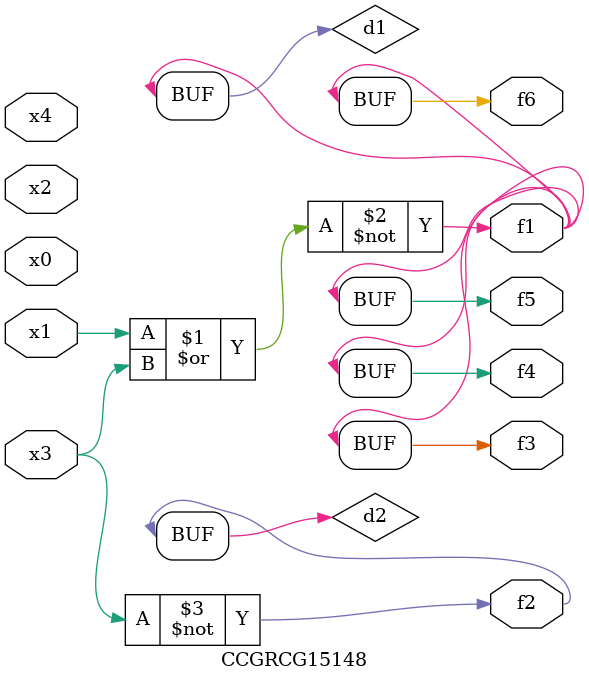
<source format=v>
module CCGRCG15148(
	input x0, x1, x2, x3, x4,
	output f1, f2, f3, f4, f5, f6
);

	wire d1, d2;

	nor (d1, x1, x3);
	not (d2, x3);
	assign f1 = d1;
	assign f2 = d2;
	assign f3 = d1;
	assign f4 = d1;
	assign f5 = d1;
	assign f6 = d1;
endmodule

</source>
